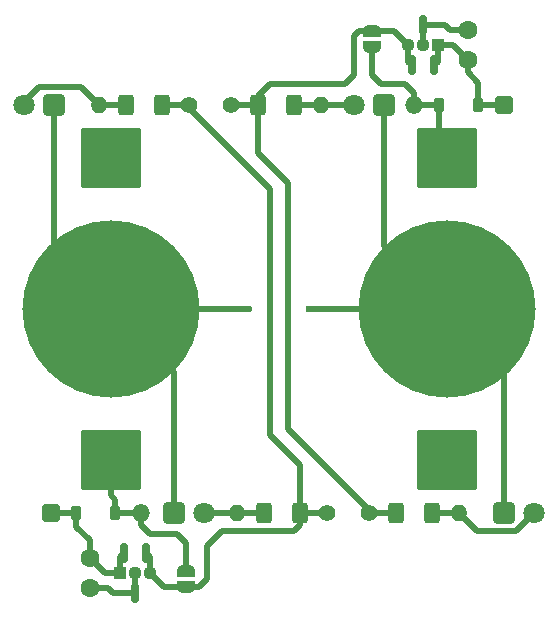
<source format=gbr>
%TF.GenerationSoftware,KiCad,Pcbnew,8.0.6-8.0.6-0~ubuntu24.04.1*%
%TF.CreationDate,2024-12-02T23:57:07-05:00*%
%TF.ProjectId,hack_badge,6861636b-5f62-4616-9467-652e6b696361,v1*%
%TF.SameCoordinates,Original*%
%TF.FileFunction,Copper,L2,Bot*%
%TF.FilePolarity,Positive*%
%FSLAX46Y46*%
G04 Gerber Fmt 4.6, Leading zero omitted, Abs format (unit mm)*
G04 Created by KiCad (PCBNEW 8.0.6-8.0.6-0~ubuntu24.04.1) date 2024-12-02 23:57:07*
%MOMM*%
%LPD*%
G01*
G04 APERTURE LIST*
G04 Aperture macros list*
%AMRoundRect*
0 Rectangle with rounded corners*
0 $1 Rounding radius*
0 $2 $3 $4 $5 $6 $7 $8 $9 X,Y pos of 4 corners*
0 Add a 4 corners polygon primitive as box body*
4,1,4,$2,$3,$4,$5,$6,$7,$8,$9,$2,$3,0*
0 Add four circle primitives for the rounded corners*
1,1,$1+$1,$2,$3*
1,1,$1+$1,$4,$5*
1,1,$1+$1,$6,$7*
1,1,$1+$1,$8,$9*
0 Add four rect primitives between the rounded corners*
20,1,$1+$1,$2,$3,$4,$5,0*
20,1,$1+$1,$4,$5,$6,$7,0*
20,1,$1+$1,$6,$7,$8,$9,0*
20,1,$1+$1,$8,$9,$2,$3,0*%
%AMFreePoly0*
4,1,19,0.500000,-0.750000,0.000000,-0.750000,0.000000,-0.744911,-0.071157,-0.744911,-0.207708,-0.704816,-0.327430,-0.627875,-0.420627,-0.520320,-0.479746,-0.390866,-0.500000,-0.250000,-0.500000,0.250000,-0.479746,0.390866,-0.420627,0.520320,-0.327430,0.627875,-0.207708,0.704816,-0.071157,0.744911,0.000000,0.744911,0.000000,0.750000,0.500000,0.750000,0.500000,-0.750000,0.500000,-0.750000,
$1*%
%AMFreePoly1*
4,1,19,0.000000,0.744911,0.071157,0.744911,0.207708,0.704816,0.327430,0.627875,0.420627,0.520320,0.479746,0.390866,0.500000,0.250000,0.500000,-0.250000,0.479746,-0.390866,0.420627,-0.520320,0.327430,-0.627875,0.207708,-0.704816,0.071157,-0.744911,0.000000,-0.744911,0.000000,-0.750000,-0.500000,-0.750000,-0.500000,0.750000,0.000000,0.750000,0.000000,0.744911,0.000000,0.744911,
$1*%
G04 Aperture macros list end*
%TA.AperFunction,ComponentPad*%
%ADD10RoundRect,0.250000X-0.650000X-0.650000X0.650000X-0.650000X0.650000X0.650000X-0.650000X0.650000X0*%
%TD*%
%TA.AperFunction,ComponentPad*%
%ADD11C,1.800000*%
%TD*%
%TA.AperFunction,ComponentPad*%
%ADD12RoundRect,0.250000X0.650000X0.650000X-0.650000X0.650000X-0.650000X-0.650000X0.650000X-0.650000X0*%
%TD*%
%TA.AperFunction,ComponentPad*%
%ADD13RoundRect,0.250000X-2.300000X2.300000X-2.300000X-2.300000X2.300000X-2.300000X2.300000X2.300000X0*%
%TD*%
%TA.AperFunction,SMDPad,CuDef*%
%ADD14C,15.000000*%
%TD*%
%TA.AperFunction,ComponentPad*%
%ADD15RoundRect,0.250000X2.300000X-2.300000X2.300000X2.300000X-2.300000X2.300000X-2.300000X-2.300000X0*%
%TD*%
%TA.AperFunction,ComponentPad*%
%ADD16C,1.400000*%
%TD*%
%TA.AperFunction,SMDPad,CuDef*%
%ADD17RoundRect,0.250000X0.400000X0.625000X-0.400000X0.625000X-0.400000X-0.625000X0.400000X-0.625000X0*%
%TD*%
%TA.AperFunction,ComponentPad*%
%ADD18O,1.400000X1.400000*%
%TD*%
%TA.AperFunction,ComponentPad*%
%ADD19RoundRect,0.250000X0.500000X0.500000X-0.500000X0.500000X-0.500000X-0.500000X0.500000X-0.500000X0*%
%TD*%
%TA.AperFunction,SMDPad,CuDef*%
%ADD20RoundRect,0.225000X0.225000X0.375000X-0.225000X0.375000X-0.225000X-0.375000X0.225000X-0.375000X0*%
%TD*%
%TA.AperFunction,ComponentPad*%
%ADD21O,1.500000X1.500000*%
%TD*%
%TA.AperFunction,SMDPad,CuDef*%
%ADD22FreePoly0,270.000000*%
%TD*%
%TA.AperFunction,SMDPad,CuDef*%
%ADD23FreePoly1,270.000000*%
%TD*%
%TA.AperFunction,ComponentPad*%
%ADD24C,1.600000*%
%TD*%
%TA.AperFunction,ComponentPad*%
%ADD25R,1.120000X1.120000*%
%TD*%
%TA.AperFunction,SMDPad,CuDef*%
%ADD26RoundRect,0.162500X0.162500X-0.687500X0.162500X0.687500X-0.162500X0.687500X-0.162500X-0.687500X0*%
%TD*%
%TA.AperFunction,ComponentPad*%
%ADD27C,1.120000*%
%TD*%
%TA.AperFunction,SMDPad,CuDef*%
%ADD28RoundRect,0.162500X-0.162500X0.687500X-0.162500X-0.687500X0.162500X-0.687500X0.162500X0.687500X0*%
%TD*%
%TA.AperFunction,SMDPad,CuDef*%
%ADD29FreePoly0,90.000000*%
%TD*%
%TA.AperFunction,SMDPad,CuDef*%
%ADD30FreePoly1,90.000000*%
%TD*%
%TA.AperFunction,SMDPad,CuDef*%
%ADD31RoundRect,0.250000X-0.400000X-0.625000X0.400000X-0.625000X0.400000X0.625000X-0.400000X0.625000X0*%
%TD*%
%TA.AperFunction,ComponentPad*%
%ADD32RoundRect,0.250000X-0.500000X-0.500000X0.500000X-0.500000X0.500000X0.500000X-0.500000X0.500000X0*%
%TD*%
%TA.AperFunction,SMDPad,CuDef*%
%ADD33RoundRect,0.225000X-0.225000X-0.375000X0.225000X-0.375000X0.225000X0.375000X-0.225000X0.375000X0*%
%TD*%
%TA.AperFunction,ViaPad*%
%ADD34C,0.600000*%
%TD*%
%TA.AperFunction,Conductor*%
%ADD35C,0.508000*%
%TD*%
G04 APERTURE END LIST*
D10*
%TO.P,D5,1,K*%
%TO.N,/GND*%
X95250000Y-93472000D03*
D11*
%TO.P,D5,2,A*%
%TO.N,/R3D5*%
X97790000Y-93472000D03*
%TD*%
D12*
%TO.P,D3,1,K*%
%TO.N,/GND*%
X57150000Y-58928000D03*
D11*
%TO.P,D3,2,A*%
%TO.N,/R2D3*%
X54610000Y-58928000D03*
%TD*%
D12*
%TO.P,D6,1,K*%
%TO.N,/GND*%
X85090000Y-58928000D03*
D11*
%TO.P,D6,2,A*%
%TO.N,/R4D6*%
X82550000Y-58928000D03*
%TD*%
D10*
%TO.P,D2,1,K*%
%TO.N,/GND*%
X67310000Y-93472000D03*
D11*
%TO.P,D2,2,A*%
%TO.N,/R1D2*%
X69850000Y-93472000D03*
%TD*%
D13*
%TO.P,BT1,1,+*%
%TO.N,/APOS*%
X61976000Y-63400000D03*
X61976000Y-89000000D03*
D14*
%TO.P,BT1,2,-*%
%TO.N,/GND*%
X61976000Y-76200000D03*
%TD*%
D15*
%TO.P,BT2,1,+*%
%TO.N,/BPOS*%
X90424000Y-89000000D03*
X90424000Y-63400000D03*
D14*
%TO.P,BT2,2,-*%
%TO.N,/GND*%
X90424000Y-76200000D03*
%TD*%
D16*
%TO.P,R1,1*%
%TO.N,/A3V*%
X80264000Y-93472000D03*
D17*
X78004000Y-93472000D03*
%TO.P,R1,2*%
%TO.N,/R1D2*%
X74904000Y-93472000D03*
D18*
X72644000Y-93472000D03*
%TD*%
D19*
%TO.P,D4,1,K*%
%TO.N,/BVDD*%
X95250000Y-58928000D03*
D20*
X93090000Y-58928000D03*
%TO.P,D4,2,A*%
%TO.N,/BPOS*%
X89790000Y-58928000D03*
D21*
X87630000Y-58928000D03*
%TD*%
D22*
%TO.P,JP1,1,A*%
%TO.N,/APOS*%
X68326000Y-98410000D03*
D23*
%TO.P,JP1,2,B*%
%TO.N,/A3V*%
X68326000Y-99710000D03*
%TD*%
D24*
%TO.P,C2,1*%
%TO.N,/BVDD*%
X92202000Y-55098000D03*
%TO.P,C2,2*%
%TO.N,/GND*%
X92202000Y-52598000D03*
%TD*%
D25*
%TO.P,U2,1,VDD*%
%TO.N,/BVDD*%
X89662000Y-53848000D03*
D26*
X89342000Y-55560500D03*
D27*
%TO.P,U2,2,GND*%
%TO.N,/GND*%
X88392000Y-53848000D03*
D26*
X88392000Y-52140500D03*
%TO.P,U2,3,OUT*%
%TO.N,/B3V*%
X87442000Y-55560500D03*
D27*
X87122000Y-53848000D03*
%TD*%
D25*
%TO.P,U1,1,VDD*%
%TO.N,/AVDD*%
X62738000Y-98552000D03*
D28*
X63058000Y-96839500D03*
D27*
%TO.P,U1,2,GND*%
%TO.N,/GND*%
X64008000Y-98552000D03*
D28*
X64008000Y-100259500D03*
%TO.P,U1,3,OUT*%
%TO.N,/A3V*%
X64958000Y-96839500D03*
D27*
X65278000Y-98552000D03*
%TD*%
D24*
%TO.P,C1,1*%
%TO.N,/AVDD*%
X60198000Y-97302000D03*
%TO.P,C1,2*%
%TO.N,/GND*%
X60198000Y-99802000D03*
%TD*%
D16*
%TO.P,R2,1*%
%TO.N,/A3V*%
X68580000Y-58928000D03*
D17*
X66320000Y-58928000D03*
%TO.P,R2,2*%
%TO.N,/R2D3*%
X63220000Y-58928000D03*
D18*
X60960000Y-58928000D03*
%TD*%
D29*
%TO.P,JP2,1,A*%
%TO.N,/BPOS*%
X84074000Y-53990000D03*
D30*
%TO.P,JP2,2,B*%
%TO.N,/B3V*%
X84074000Y-52690000D03*
%TD*%
D16*
%TO.P,R3,1*%
%TO.N,/B3V*%
X83820000Y-93472000D03*
D31*
X86080000Y-93472000D03*
%TO.P,R3,2*%
%TO.N,/R3D5*%
X89180000Y-93472000D03*
D18*
X91440000Y-93472000D03*
%TD*%
D32*
%TO.P,D1,1,K*%
%TO.N,/AVDD*%
X56896000Y-93472000D03*
D33*
X59056000Y-93472000D03*
%TO.P,D1,2,A*%
%TO.N,/APOS*%
X62356000Y-93472000D03*
D21*
X64516000Y-93472000D03*
%TD*%
D16*
%TO.P,R4,1*%
%TO.N,/B3V*%
X72136000Y-58928000D03*
D31*
X74396000Y-58928000D03*
%TO.P,R4,2*%
%TO.N,/R4D6*%
X77496000Y-58928000D03*
D18*
X79756000Y-58928000D03*
%TD*%
D34*
%TO.N,/GND*%
X73660000Y-76200000D03*
X78740000Y-76200000D03*
%TD*%
D35*
%TO.N,/GND*%
X67310000Y-93472000D02*
X67310000Y-81534000D01*
X67310000Y-81534000D02*
X61976000Y-76200000D01*
X85090000Y-58928000D02*
X85090000Y-70866000D01*
X85090000Y-70866000D02*
X90424000Y-76200000D01*
%TO.N,/R4D6*%
X79756000Y-58928000D02*
X82550000Y-58928000D01*
%TO.N,/BPOS*%
X87630000Y-58928000D02*
X87630000Y-57912000D01*
X87630000Y-57912000D02*
X86868000Y-57150000D01*
X86868000Y-57150000D02*
X84836000Y-57150000D01*
X84836000Y-57150000D02*
X84074000Y-56388000D01*
X84074000Y-56388000D02*
X84074000Y-53990000D01*
%TO.N,/A3V*%
X78004000Y-93472000D02*
X78004000Y-89434000D01*
X78004000Y-89434000D02*
X75438000Y-86868000D01*
X75438000Y-86868000D02*
X75438000Y-66040000D01*
X75438000Y-66040000D02*
X68580000Y-59182000D01*
X68580000Y-59182000D02*
X68580000Y-58928000D01*
%TO.N,/B3V*%
X74396000Y-58928000D02*
X74396000Y-62966000D01*
X74396000Y-62966000D02*
X76962000Y-65532000D01*
X76962000Y-65532000D02*
X76962000Y-86360000D01*
X76962000Y-86360000D02*
X83820000Y-93218000D01*
X83820000Y-93218000D02*
X83820000Y-93472000D01*
X74396000Y-58928000D02*
X74396000Y-58192000D01*
X74396000Y-58192000D02*
X75438000Y-57150000D01*
X75438000Y-57150000D02*
X81788000Y-57150000D01*
X82550000Y-56388000D02*
X82550000Y-53086000D01*
X81788000Y-57150000D02*
X82550000Y-56388000D01*
X82550000Y-53086000D02*
X82946000Y-52690000D01*
X82946000Y-52690000D02*
X84074000Y-52690000D01*
X72136000Y-58928000D02*
X74396000Y-58928000D01*
%TO.N,/R4D6*%
X79756000Y-58928000D02*
X77496000Y-58928000D01*
%TO.N,/R2D3*%
X54610000Y-58674000D02*
X55880000Y-57404000D01*
X60960000Y-58928000D02*
X63220000Y-58928000D01*
%TO.N,/A3V*%
X68580000Y-58928000D02*
X66320000Y-58928000D01*
%TO.N,/R2D3*%
X54610000Y-58928000D02*
X54610000Y-58674000D01*
X55880000Y-57404000D02*
X59436000Y-57404000D01*
X59436000Y-57404000D02*
X60960000Y-58928000D01*
%TO.N,/GND*%
X57150000Y-58928000D02*
X57150000Y-71374000D01*
X57150000Y-71374000D02*
X61976000Y-76200000D01*
%TO.N,/R3D5*%
X97790000Y-93472000D02*
X96266000Y-94996000D01*
X96266000Y-94996000D02*
X92964000Y-94996000D01*
X92964000Y-94996000D02*
X91440000Y-93472000D01*
%TO.N,/GND*%
X95250000Y-81026000D02*
X90424000Y-76200000D01*
X95250000Y-93472000D02*
X95250000Y-81026000D01*
%TO.N,/R1D2*%
X72644000Y-93472000D02*
X69850000Y-93472000D01*
%TO.N,/A3V*%
X78004000Y-93472000D02*
X78004000Y-94462000D01*
X78004000Y-94462000D02*
X77470000Y-94996000D01*
X77470000Y-94996000D02*
X71374000Y-94996000D01*
X71374000Y-94996000D02*
X70104000Y-96266000D01*
X70104000Y-96266000D02*
X70104000Y-99060000D01*
X70104000Y-99060000D02*
X69454000Y-99710000D01*
X69454000Y-99710000D02*
X68326000Y-99710000D01*
%TO.N,/R1D2*%
X72644000Y-93472000D02*
X74904000Y-93472000D01*
%TO.N,/A3V*%
X80264000Y-93472000D02*
X78004000Y-93472000D01*
%TO.N,/R3D5*%
X91440000Y-93472000D02*
X89180000Y-93472000D01*
%TO.N,/B3V*%
X83820000Y-93472000D02*
X86080000Y-93472000D01*
%TO.N,/BVDD*%
X93090000Y-58928000D02*
X93090000Y-57022000D01*
X93090000Y-57022000D02*
X92202000Y-56134000D01*
X92202000Y-55098000D02*
X92202000Y-56134000D01*
%TO.N,/BPOS*%
X89790000Y-62766000D02*
X90424000Y-63400000D01*
X89790000Y-58928000D02*
X89790000Y-62766000D01*
%TO.N,/BVDD*%
X95250000Y-58928000D02*
X93090000Y-58928000D01*
%TO.N,/BPOS*%
X87630000Y-58928000D02*
X89790000Y-58928000D01*
%TO.N,/APOS*%
X68326000Y-98410000D02*
X68326000Y-96012000D01*
X68326000Y-96012000D02*
X67564000Y-95250000D01*
X67564000Y-95250000D02*
X65278000Y-95250000D01*
X65278000Y-95250000D02*
X64516000Y-94488000D01*
X64516000Y-94488000D02*
X64516000Y-93472000D01*
X61976000Y-89000000D02*
X61976000Y-91948000D01*
X61976000Y-91948000D02*
X62356000Y-92328000D01*
X62356000Y-92328000D02*
X62356000Y-93472000D01*
%TO.N,/AVDD*%
X59056000Y-93472000D02*
X59056000Y-94616000D01*
X60198000Y-95758000D02*
X60198000Y-97302000D01*
X59056000Y-94616000D02*
X60198000Y-95758000D01*
X56896000Y-93472000D02*
X59056000Y-93472000D01*
%TO.N,/APOS*%
X64516000Y-93472000D02*
X62356000Y-93472000D01*
%TO.N,/GND*%
X64008000Y-100259500D02*
X62159500Y-100259500D01*
X61976000Y-76200000D02*
X73660000Y-76200000D01*
X61702000Y-99802000D02*
X60198000Y-99802000D01*
X88392000Y-52140500D02*
X88392000Y-53848000D01*
X88392000Y-52140500D02*
X90240500Y-52140500D01*
X64008000Y-98552000D02*
X64008000Y-100259500D01*
X78740000Y-76200000D02*
X90424000Y-76200000D01*
X90698000Y-52598000D02*
X92202000Y-52598000D01*
X90240500Y-52140500D02*
X90698000Y-52598000D01*
X62159500Y-100259500D02*
X61702000Y-99802000D01*
%TO.N,/AVDD*%
X62738000Y-98552000D02*
X62738000Y-97159500D01*
X61448000Y-98552000D02*
X60198000Y-97302000D01*
X62738000Y-98552000D02*
X61448000Y-98552000D01*
X62738000Y-97159500D02*
X63058000Y-96839500D01*
%TO.N,/BVDD*%
X89662000Y-53848000D02*
X90952000Y-53848000D01*
X90952000Y-53848000D02*
X92202000Y-55098000D01*
X89662000Y-53848000D02*
X89662000Y-55240500D01*
X89662000Y-55240500D02*
X89342000Y-55560500D01*
%TO.N,/A3V*%
X68326000Y-99710000D02*
X66436000Y-99710000D01*
X65278000Y-97159500D02*
X64958000Y-96839500D01*
X65278000Y-98552000D02*
X65278000Y-97159500D01*
X66436000Y-99710000D02*
X65278000Y-98552000D01*
%TO.N,/B3V*%
X87122000Y-53848000D02*
X87122000Y-55240500D01*
X85964000Y-52690000D02*
X87122000Y-53848000D01*
X84074000Y-52690000D02*
X85964000Y-52690000D01*
X87122000Y-55240500D02*
X87442000Y-55560500D01*
%TD*%
M02*

</source>
